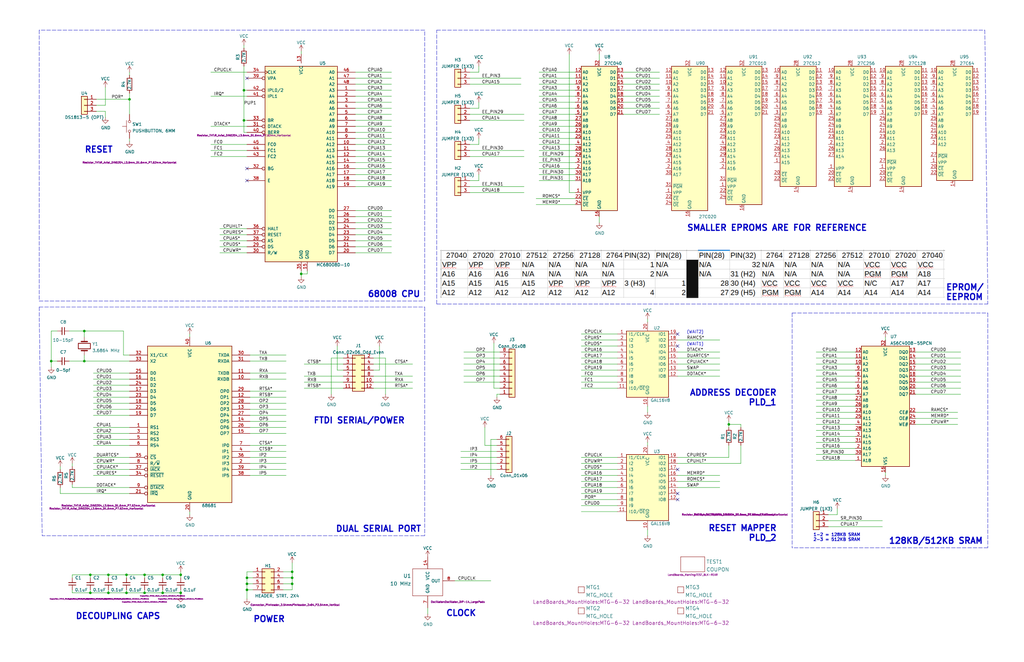
<source format=kicad_sch>
(kicad_sch (version 20211123) (generator eeschema)
  (paper "B")
  (title_block (title "SIMPLE-68008") (date "2022-09-16") (rev "1") (company "Land Boards LLC"))
  (junction (at 123.19 246.38))
  (junction (at 38.1 250.19))
  (junction (at 102.87 50.8))
  (junction (at 53.34 242.57))
  (junction (at 38.1 242.57))
  (junction (at 53.34 250.19))
  (junction (at 21.59 152.4))
  (junction (at 76.2 242.57))
  (junction (at 307.34 179.07))
  (junction (at 123.19 241.3))
  (junction (at 45.72 242.57))
  (junction (at 68.58 250.19))
  (junction (at 102.87 38.1))
  (junction (at 104.14 248.92))
  (junction (at 54.61 41.91))
  (junction (at 104.14 243.84))
  (junction (at 123.19 243.84))
  (junction (at 104.14 246.38))
  (junction (at 127 115.57))
  (junction (at 45.72 250.19))
  (junction (at 76.2 250.19))
  (junction (at 35.56 139.7))
  (junction (at 60.96 250.19))
  (junction (at 68.58 242.57))
  (junction (at 35.56 152.4))
  (junction (at 60.96 242.57))
  (no_connect (at 285.75 210.82))
  (no_connect (at 285.75 208.28))
  (no_connect (at 285.75 140.97))
  (no_connect (at 104.14 76.2))
  (no_connect (at 104.14 33.02))
  (no_connect (at 104.14 71.12))
  (no_connect (at 285.75 198.12))
  (no_connect (at 285.75 146.05))
  (wire (pts (xy 285.75 205.74) (xy 303.53 205.74)))
  (wire (pts (xy 102.87 50.8) (xy 104.14 50.8)))
  (wire (pts (xy 227.33 55.88) (xy 242.57 55.88)))
  (wire (pts (xy 227.33 68.58) (xy 242.57 68.58)))
  (wire (pts (xy 53.34 242.57) (xy 53.34 243.84)))
  (wire (pts (xy 123.19 246.38) (xy 123.19 243.84)))
  (wire (pts (xy 149.86 71.12) (xy 165.1 71.12)))
  (wire (pts (xy 149.86 48.26) (xy 165.1 48.26)))
  (polyline (pts (xy 184.15 12.7) (xy 415.29 12.7)))
  (wire (pts (xy 198.12 33.02) (xy 219.71 33.02)))
  (wire (pts (xy 144.78 161.29) (xy 128.27 161.29)))
  (wire (pts (xy 273.05 223.52) (xy 273.05 226.06)))
  (wire (pts (xy 30.48 242.57) (xy 38.1 242.57)))
  (wire (pts (xy 227.33 60.96) (xy 242.57 60.96)))
  (wire (pts (xy 142.24 146.05) (xy 142.24 156.21)))
  (wire (pts (xy 68.58 243.84) (xy 68.58 242.57)))
  (wire (pts (xy 245.11 200.66) (xy 260.35 200.66)))
  (wire (pts (xy 105.41 167.64) (xy 120.65 167.64)))
  (wire (pts (xy 149.86 104.14) (xy 165.1 104.14)))
  (wire (pts (xy 102.87 50.8) (xy 102.87 55.88)))
  (wire (pts (xy 386.08 156.21) (xy 405.13 156.21)))
  (wire (pts (xy 52.07 139.7) (xy 35.56 139.7)))
  (wire (pts (xy 344.17 151.13) (xy 360.68 151.13)))
  (wire (pts (xy 201.93 27.94) (xy 201.93 30.48)))
  (wire (pts (xy 227.33 73.66) (xy 242.57 73.66)))
  (wire (pts (xy 149.86 60.96) (xy 165.1 60.96)))
  (wire (pts (xy 102.87 55.88) (xy 104.14 55.88)))
  (wire (pts (xy 149.86 53.34) (xy 165.1 53.34)))
  (wire (pts (xy 104.14 248.92) (xy 104.14 252.73)))
  (wire (pts (xy 273.05 186.69) (xy 273.05 187.96)))
  (wire (pts (xy 39.37 182.88) (xy 54.61 182.88)))
  (wire (pts (xy 80.01 140.97) (xy 80.01 142.24)))
  (polyline (pts (xy 334.01 132.08) (xy 416.56 132.08)))
  (wire (pts (xy 144.78 153.67) (xy 128.27 153.67)))
  (wire (pts (xy 227.33 58.42) (xy 242.57 58.42)))
  (wire (pts (xy 45.72 242.57) (xy 45.72 243.84)))
  (wire (pts (xy 285.75 195.58) (xy 312.42 195.58)))
  (wire (pts (xy 198.12 50.8) (xy 220.98 50.8)))
  (wire (pts (xy 344.17 186.69) (xy 360.68 186.69)))
  (wire (pts (xy 157.48 151.13) (xy 162.56 151.13)))
  (polyline (pts (xy 16.51 127) (xy 179.07 127)))
  (wire (pts (xy 123.19 241.3) (xy 123.19 237.49)))
  (wire (pts (xy 68.58 248.92) (xy 68.58 250.19)))
  (wire (pts (xy 105.41 200.66) (xy 120.65 200.66)))
  (wire (pts (xy 209.55 166.37) (xy 210.82 166.37)))
  (wire (pts (xy 245.11 140.97) (xy 260.35 140.97)))
  (wire (pts (xy 52.07 139.7) (xy 52.07 149.86)))
  (wire (pts (xy 106.68 241.3) (xy 104.14 241.3)))
  (wire (pts (xy 226.06 83.82) (xy 242.57 83.82)))
  (wire (pts (xy 54.61 30.48) (xy 54.61 31.75)))
  (wire (pts (xy 373.38 199.39) (xy 373.38 200.66)))
  (polyline (pts (xy 334.01 132.08) (xy 334.01 231.14)))
  (wire (pts (xy 53.34 250.19) (xy 60.96 250.19)))
  (wire (pts (xy 80.01 215.9) (xy 80.01 217.17)))
  (wire (pts (xy 207.01 185.42) (xy 207.01 200.66)))
  (wire (pts (xy 54.61 58.42) (xy 54.61 59.69)))
  (wire (pts (xy 40.64 41.91) (xy 54.61 41.91)))
  (wire (pts (xy 262.89 35.56) (xy 278.13 35.56)))
  (wire (pts (xy 160.02 146.05) (xy 160.02 156.21)))
  (wire (pts (xy 105.41 177.8) (xy 120.65 177.8)))
  (wire (pts (xy 344.17 189.23) (xy 360.68 189.23)))
  (wire (pts (xy 53.34 242.57) (xy 60.96 242.57)))
  (wire (pts (xy 39.37 165.1) (xy 54.61 165.1)))
  (wire (pts (xy 198.12 45.72) (xy 201.93 45.72)))
  (wire (pts (xy 245.11 161.29) (xy 260.35 161.29)))
  (wire (pts (xy 195.58 156.21) (xy 210.82 156.21)))
  (wire (pts (xy 245.11 210.82) (xy 260.35 210.82)))
  (wire (pts (xy 105.41 172.72) (xy 120.65 172.72)))
  (wire (pts (xy 242.57 86.36) (xy 226.06 86.36)))
  (wire (pts (xy 285.75 153.67) (xy 303.53 153.67)))
  (wire (pts (xy 386.08 151.13) (xy 405.13 151.13)))
  (wire (pts (xy 180.34 256.54) (xy 180.34 259.08)))
  (wire (pts (xy 25.4 205.74) (xy 25.4 208.28)))
  (wire (pts (xy 285.75 203.2) (xy 303.53 203.2)))
  (wire (pts (xy 24.13 139.7) (xy 21.59 139.7)))
  (wire (pts (xy 201.93 58.42) (xy 201.93 60.96)))
  (wire (pts (xy 105.41 175.26) (xy 120.65 175.26)))
  (wire (pts (xy 198.12 81.28) (xy 220.98 81.28)))
  (wire (pts (xy 76.2 250.19) (xy 76.2 251.46)))
  (wire (pts (xy 92.71 104.14) (xy 104.14 104.14)))
  (wire (pts (xy 105.41 157.48) (xy 120.65 157.48)))
  (wire (pts (xy 227.33 66.04) (xy 242.57 66.04)))
  (wire (pts (xy 262.89 38.1) (xy 278.13 38.1)))
  (wire (pts (xy 227.33 33.02) (xy 242.57 33.02)))
  (wire (pts (xy 104.14 243.84) (xy 106.68 243.84)))
  (wire (pts (xy 54.61 152.4) (xy 35.56 152.4)))
  (wire (pts (xy 194.31 198.12) (xy 209.55 198.12)))
  (wire (pts (xy 127 115.57) (xy 129.54 115.57)))
  (wire (pts (xy 157.48 153.67) (xy 173.99 153.67)))
  (wire (pts (xy 273.05 134.62) (xy 273.05 135.89)))
  (wire (pts (xy 68.58 250.19) (xy 76.2 250.19)))
  (wire (pts (xy 52.07 149.86) (xy 54.61 149.86)))
  (wire (pts (xy 105.41 198.12) (xy 120.65 198.12)))
  (wire (pts (xy 60.96 248.92) (xy 60.96 250.19)))
  (wire (pts (xy 386.08 173.99) (xy 403.86 173.99)))
  (wire (pts (xy 39.37 195.58) (xy 54.61 195.58)))
  (wire (pts (xy 92.71 101.6) (xy 104.14 101.6)))
  (wire (pts (xy 245.11 148.59) (xy 260.35 148.59)))
  (wire (pts (xy 201.93 73.66) (xy 201.93 76.2)))
  (wire (pts (xy 307.34 187.96) (xy 307.34 193.04)))
  (wire (pts (xy 191.77 245.11) (xy 207.01 245.11)))
  (wire (pts (xy 386.08 153.67) (xy 405.13 153.67)))
  (wire (pts (xy 201.93 43.18) (xy 201.93 45.72)))
  (wire (pts (xy 119.38 243.84) (xy 123.19 243.84)))
  (wire (pts (xy 245.11 158.75) (xy 260.35 158.75)))
  (wire (pts (xy 227.33 45.72) (xy 242.57 45.72)))
  (wire (pts (xy 102.87 19.05) (xy 102.87 20.32)))
  (wire (pts (xy 149.86 63.5) (xy 165.1 63.5)))
  (wire (pts (xy 344.17 184.15) (xy 360.68 184.15)))
  (wire (pts (xy 386.08 166.37) (xy 405.13 166.37)))
  (wire (pts (xy 102.87 27.94) (xy 102.87 38.1)))
  (wire (pts (xy 198.12 48.26) (xy 220.98 48.26)))
  (wire (pts (xy 88.9 60.96) (xy 104.14 60.96)))
  (wire (pts (xy 285.75 193.04) (xy 307.34 193.04)))
  (wire (pts (xy 386.08 161.29) (xy 405.13 161.29)))
  (wire (pts (xy 204.47 180.34) (xy 204.47 187.96)))
  (wire (pts (xy 386.08 148.59) (xy 405.13 148.59)))
  (wire (pts (xy 119.38 246.38) (xy 123.19 246.38)))
  (polyline (pts (xy 179.07 12.7) (xy 16.51 12.7)))
  (wire (pts (xy 105.41 193.04) (xy 120.65 193.04)))
  (wire (pts (xy 45.72 248.92) (xy 45.72 250.19)))
  (wire (pts (xy 245.11 151.13) (xy 260.35 151.13)))
  (wire (pts (xy 227.33 63.5) (xy 242.57 63.5)))
  (wire (pts (xy 105.41 182.88) (xy 120.65 182.88)))
  (wire (pts (xy 252.73 91.44) (xy 252.73 93.98)))
  (wire (pts (xy 227.33 50.8) (xy 242.57 50.8)))
  (wire (pts (xy 123.19 243.84) (xy 123.19 241.3)))
  (wire (pts (xy 208.28 144.78) (xy 208.28 163.83)))
  (wire (pts (xy 195.58 158.75) (xy 210.82 158.75)))
  (wire (pts (xy 39.37 180.34) (xy 54.61 180.34)))
  (wire (pts (xy 245.11 208.28) (xy 260.35 208.28)))
  (wire (pts (xy 39.37 170.18) (xy 54.61 170.18)))
  (wire (pts (xy 262.89 48.26) (xy 278.13 48.26)))
  (wire (pts (xy 127 21.59) (xy 127 22.86)))
  (wire (pts (xy 30.48 205.74) (xy 30.48 204.47)))
  (wire (pts (xy 285.75 148.59) (xy 303.53 148.59)))
  (wire (pts (xy 245.11 215.9) (xy 260.35 215.9)))
  (wire (pts (xy 38.1 250.19) (xy 45.72 250.19)))
  (wire (pts (xy 386.08 163.83) (xy 405.13 163.83)))
  (wire (pts (xy 386.08 176.53) (xy 403.86 176.53)))
  (wire (pts (xy 198.12 63.5) (xy 220.98 63.5)))
  (wire (pts (xy 262.89 40.64) (xy 278.13 40.64)))
  (wire (pts (xy 105.41 190.5) (xy 120.65 190.5)))
  (wire (pts (xy 312.42 195.58) (xy 312.42 187.96)))
  (wire (pts (xy 285.75 200.66) (xy 303.53 200.66)))
  (polyline (pts (xy 16.51 12.7) (xy 16.51 127)))
  (wire (pts (xy 39.37 167.64) (xy 54.61 167.64)))
  (wire (pts (xy 105.41 165.1) (xy 120.65 165.1)))
  (wire (pts (xy 39.37 187.96) (xy 54.61 187.96)))
  (wire (pts (xy 39.37 185.42) (xy 54.61 185.42)))
  (polyline (pts (xy 179.07 129.54) (xy 179.07 226.06)))
  (wire (pts (xy 344.17 179.07) (xy 360.68 179.07)))
  (wire (pts (xy 149.86 35.56) (xy 165.1 35.56)))
  (wire (pts (xy 245.11 143.51) (xy 260.35 143.51)))
  (polyline (pts (xy 416.56 132.08) (xy 416.56 231.14)))
  (wire (pts (xy 262.89 43.18) (xy 278.13 43.18)))
  (wire (pts (xy 149.86 40.64) (xy 165.1 40.64)))
  (wire (pts (xy 386.08 158.75) (xy 405.13 158.75)))
  (wire (pts (xy 39.37 175.26) (xy 54.61 175.26)))
  (wire (pts (xy 88.9 53.34) (xy 104.14 53.34)))
  (wire (pts (xy 245.11 153.67) (xy 260.35 153.67)))
  (wire (pts (xy 105.41 180.34) (xy 120.65 180.34)))
  (wire (pts (xy 198.12 78.74) (xy 220.98 78.74)))
  (wire (pts (xy 194.31 193.04) (xy 209.55 193.04)))
  (wire (pts (xy 105.41 187.96) (xy 120.65 187.96)))
  (wire (pts (xy 104.14 248.92) (xy 106.68 248.92)))
  (wire (pts (xy 149.86 43.18) (xy 165.1 43.18)))
  (polyline (pts (xy 179.07 226.06) (xy 17.78 226.06)))
  (wire (pts (xy 68.58 242.57) (xy 76.2 242.57)))
  (wire (pts (xy 227.33 35.56) (xy 242.57 35.56)))
  (wire (pts (xy 227.33 53.34) (xy 242.57 53.34)))
  (wire (pts (xy 245.11 193.04) (xy 260.35 193.04)))
  (wire (pts (xy 76.2 242.57) (xy 76.2 243.84)))
  (wire (pts (xy 105.41 149.86) (xy 120.65 149.86)))
  (wire (pts (xy 30.48 195.58) (xy 30.48 196.85)))
  (wire (pts (xy 149.86 101.6) (xy 165.1 101.6)))
  (wire (pts (xy 344.17 166.37) (xy 360.68 166.37)))
  (wire (pts (xy 344.17 168.91) (xy 360.68 168.91)))
  (wire (pts (xy 149.86 93.98) (xy 165.1 93.98)))
  (wire (pts (xy 39.37 157.48) (xy 54.61 157.48)))
  (wire (pts (xy 149.86 91.44) (xy 165.1 91.44)))
  (wire (pts (xy 344.17 161.29) (xy 360.68 161.29)))
  (wire (pts (xy 92.71 106.68) (xy 104.14 106.68)))
  (wire (pts (xy 344.17 153.67) (xy 360.68 153.67)))
  (wire (pts (xy 149.86 30.48) (xy 165.1 30.48)))
  (wire (pts (xy 139.7 151.13) (xy 139.7 166.37)))
  (wire (pts (xy 127 114.3) (xy 127 115.57)))
  (wire (pts (xy 38.1 242.57) (xy 45.72 242.57)))
  (wire (pts (xy 209.55 166.37) (xy 209.55 167.64)))
  (wire (pts (xy 39.37 200.66) (xy 54.61 200.66)))
  (wire (pts (xy 157.48 156.21) (xy 160.02 156.21)))
  (wire (pts (xy 245.11 205.74) (xy 260.35 205.74)))
  (wire (pts (xy 344.17 191.77) (xy 360.68 191.77)))
  (wire (pts (xy 245.11 213.36) (xy 260.35 213.36)))
  (wire (pts (xy 227.33 71.12) (xy 242.57 71.12)))
  (wire (pts (xy 102.87 38.1) (xy 102.87 50.8)))
  (wire (pts (xy 157.48 161.29) (xy 173.99 161.29)))
  (wire (pts (xy 227.33 48.26) (xy 242.57 48.26)))
  (wire (pts (xy 25.4 208.28) (xy 54.61 208.28)))
  (wire (pts (xy 39.37 172.72) (xy 54.61 172.72)))
  (polyline (pts (xy 415.29 12.7) (xy 416.56 128.27)))
  (wire (pts (xy 227.33 30.48) (xy 242.57 30.48)))
  (wire (pts (xy 353.06 214.63) (xy 353.06 217.17)))
  (wire (pts (xy 285.75 158.75) (xy 303.53 158.75)))
  (wire (pts (xy 344.17 156.21) (xy 360.68 156.21)))
  (wire (pts (xy 157.48 163.83) (xy 173.99 163.83)))
  (wire (pts (xy 39.37 198.12) (xy 54.61 198.12)))
  (wire (pts (xy 149.86 68.58) (xy 165.1 68.58)))
  (wire (pts (xy 245.11 146.05) (xy 260.35 146.05)))
  (wire (pts (xy 38.1 250.19) (xy 38.1 248.92)))
  (wire (pts (xy 198.12 30.48) (xy 201.93 30.48)))
  (wire (pts (xy 39.37 160.02) (xy 54.61 160.02)))
  (wire (pts (xy 198.12 60.96) (xy 201.93 60.96)))
  (wire (pts (xy 149.86 78.74) (xy 165.1 78.74)))
  (wire (pts (xy 344.17 181.61) (xy 360.68 181.61)))
  (wire (pts (xy 144.78 156.21) (xy 142.24 156.21)))
  (wire (pts (xy 60.96 243.84) (xy 60.96 242.57)))
  (wire (pts (xy 344.17 171.45) (xy 360.68 171.45)))
  (wire (pts (xy 227.33 76.2) (xy 242.57 76.2)))
  (wire (pts (xy 40.64 44.45) (xy 44.45 44.45)))
  (wire (pts (xy 30.48 250.19) (xy 38.1 250.19)))
  (wire (pts (xy 373.38 142.24) (xy 373.38 143.51)))
  (wire (pts (xy 45.72 250.19) (xy 53.34 250.19)))
  (wire (pts (xy 35.56 139.7) (xy 35.56 142.24)))
  (wire (pts (xy 312.42 179.07) (xy 312.42 180.34)))
  (wire (pts (xy 92.71 96.52) (xy 104.14 96.52)))
  (wire (pts (xy 344.17 194.31) (xy 360.68 194.31)))
  (wire (pts (xy 198.12 66.04) (xy 220.98 66.04)))
  (wire (pts (xy 76.2 250.19) (xy 76.2 248.92)))
  (wire (pts (xy 104.14 246.38) (xy 104.14 248.92)))
  (wire (pts (xy 144.78 151.13) (xy 139.7 151.13)))
  (wire (pts (xy 285.75 156.21) (xy 303.53 156.21)))
  (wire (pts (xy 194.31 195.58) (xy 209.55 195.58)))
  (wire (pts (xy 88.9 30.48) (xy 104.14 30.48)))
  (wire (pts (xy 60.96 242.57) (xy 68.58 242.57)))
  (wire (pts (xy 30.48 250.19) (xy 30.48 248.92)))
  (wire (pts (xy 386.08 179.07) (xy 403.86 179.07)))
  (wire (pts (xy 245.11 203.2) (xy 260.35 203.2)))
  (wire (pts (xy 35.56 152.4) (xy 35.56 149.86)))
  (wire (pts (xy 54.61 39.37) (xy 54.61 41.91)))
  (wire (pts (xy 195.58 153.67) (xy 210.82 153.67)))
  (wire (pts (xy 149.86 50.8) (xy 165.1 50.8)))
  (wire (pts (xy 285.75 143.51) (xy 303.53 143.51)))
  (wire (pts (xy 149.86 73.66) (xy 165.1 73.66)))
  (wire (pts (xy 149.86 99.06) (xy 165.1 99.06)))
  (wire (pts (xy 162.56 151.13) (xy 162.56 166.37)))
  (wire (pts (xy 39.37 162.56) (xy 54.61 162.56)))
  (wire (pts (xy 88.9 63.5) (xy 104.14 63.5)))
  (wire (pts (xy 209.55 187.96) (xy 204.47 187.96)))
  (wire (pts (xy 262.89 33.02) (xy 278.13 33.02)))
  (wire (pts (xy 194.31 190.5) (xy 209.55 190.5)))
  (wire (pts (xy 105.41 195.58) (xy 120.65 195.58)))
  (wire (pts (xy 105.41 152.4) (xy 120.65 152.4)))
  (wire (pts (xy 344.17 176.53) (xy 360.68 176.53)))
  (wire (pts (xy 21.59 152.4) (xy 24.13 152.4)))
  (wire (pts (xy 344.17 148.59) (xy 360.68 148.59)))
  (wire (pts (xy 252.73 22.86) (xy 252.73 25.4)))
  (wire (pts (xy 198.12 35.56) (xy 219.71 35.56)))
  (wire (pts (xy 245.11 156.21) (xy 260.35 156.21)))
  (wire (pts (xy 29.21 152.4) (xy 35.56 152.4)))
  (polyline (pts (xy 184.15 128.27) (xy 184.15 12.7)))
  (polyline (pts (xy 179.07 127) (xy 179.07 12.7)))
  (wire (pts (xy 149.86 66.04) (xy 165.1 66.04)))
  (wire (pts (xy 29.21 139.7) (xy 35.56 139.7)))
  (wire (pts (xy 88.9 40.64) (xy 104.14 40.64)))
  (wire (pts (xy 25.4 196.85) (xy 25.4 198.12)))
  (wire (pts (xy 349.25 217.17) (xy 353.06 217.17)))
  (wire (pts (xy 119.38 241.3) (xy 123.19 241.3)))
  (wire (pts (xy 53.34 248.92) (xy 53.34 250.19)))
  (wire (pts (xy 210.82 163.83) (xy 208.28 163.83)))
  (wire (pts (xy 245.11 195.58) (xy 260.35 195.58)))
  (wire (pts (xy 21.59 139.7) (xy 21.59 152.4)))
  (wire (pts (xy 123.19 248.92) (xy 123.19 246.38)))
  (wire (pts (xy 40.64 46.99) (xy 44.45 46.99)))
  (wire (pts (xy 149.86 106.68) (xy 165.1 106.68)))
  (wire (pts (xy 127 115.57) (xy 127 116.84)))
  (wire (pts (xy 195.58 148.59) (xy 210.82 148.59)))
  (wire (pts (xy 262.89 45.72) (xy 278.13 45.72)))
  (wire (pts (xy 227.33 43.18) (xy 242.57 43.18)))
  (wire (pts (xy 149.86 55.88) (xy 165.1 55.88)))
  (wire (pts (xy 129.54 115.57) (xy 129.54 114.3)))
  (wire (pts (xy 344.17 163.83) (xy 360.68 163.83)))
  (wire (pts (xy 227.33 38.1) (xy 242.57 38.1)))
  (wire (pts (xy 44.45 36.83) (xy 44.45 44.45)))
  (wire (pts (xy 349.25 219.71) (xy 372.11 219.71)))
  (wire (pts (xy 104.14 241.3) (xy 104.14 243.84)))
  (wire (pts (xy 349.25 222.25) (xy 372.11 222.25)))
  (wire (pts (xy 195.58 151.13) (xy 210.82 151.13)))
  (wire (pts (xy 68.58 250.19) (xy 60.96 250.19)))
  (wire (pts (xy 76.2 241.3) (xy 76.2 242.57)))
  (wire (pts (xy 149.86 38.1) (xy 165.1 38.1)))
  (wire (pts (xy 105.41 160.02) (xy 120.65 160.02)))
  (wire (pts (xy 157.48 158.75) (xy 173.99 158.75)))
  (wire (pts (xy 307.34 177.8) (xy 307.34 179.07)))
  (wire (pts (xy 245.11 198.12) (xy 260.35 198.12)))
  (wire (pts (xy 149.86 58.42) (xy 165.1 58.42)))
  (wire (pts (xy 307.34 179.07) (xy 307.34 180.34)))
  (wire (pts (xy 38.1 243.84) (xy 38.1 242.57)))
  (wire (pts (xy 242.57 81.28) (xy 240.03 81.28)))
  (wire (pts (xy 240.03 22.86) (xy 240.03 81.28)))
  (wire (pts (xy 88.9 66.04) (xy 104.14 66.04)))
  (wire (pts (xy 104.14 243.84) (xy 104.14 246.38)))
  (wire (pts (xy 245.11 163.83) (xy 260.35 163.83)))
  (wire (pts (xy 144.78 158.75) (xy 128.27 158.75)))
  (wire (pts (xy 30.48 205.74) (xy 54.61 205.74)))
  (wire (pts (xy 45.72 242.57) (xy 53.34 242.57)))
  (wire (pts (xy 285.75 151.13) (xy 303.53 151.13)))
  (polyline (pts (xy 184.15 128.27) (xy 416.56 128.27)))
  (wire (pts (xy 344.17 158.75) (xy 360.68 158.75)))
  (wire (pts (xy 39.37 193.04) (xy 54.61 193.04)))
  (wire (pts (xy 30.48 242.57) (xy 30.48 243.84)))
  (wire (pts (xy 149.86 76.2) (xy 165.1 76.2)))
  (wire (pts (xy 92.71 99.06) (xy 104.14 99.06)))
  (wire (pts (xy 102.87 38.1) (xy 104.14 38.1)))
  (wire (pts (xy 227.33 40.64) (xy 242.57 40.64)))
  (wire (pts (xy 195.58 161.29) (xy 210.82 161.29)))
  (wire (pts (xy 273.05 171.45) (xy 273.05 173.99)))
  (polyline (pts (xy 416.56 231.14) (xy 334.01 231.14)))
  (wire (pts (xy 144.78 163.83) (xy 128.27 163.83)))
  (wire (pts (xy 105.41 170.18) (xy 120.65 170.18)))
  (polyline (pts (xy 16.51 129.54) (xy 17.78 226.06)))
  (wire (pts (xy 209.55 185.42) (xy 207.01 185.42)))
  (wire (pts (xy 149.86 33.02) (xy 165.1 33.02)))
  (wire (pts (xy 104.14 246.38) (xy 106.68 246.38)))
  (wire (pts (xy 149.86 45.72) (xy 165.1 45.72)))
  (wire (pts (xy 149.86 96.52) (xy 165.1 96.52)))
  (wire (pts (xy 344.17 173.99) (xy 360.68 173.99)))
  (wire (pts (xy 54.61 41.91) (xy 54.61 48.26)))
  (wire (pts (xy 21.59 152.4) (xy 21.59 154.94)))
  (wire (pts (xy 262.89 30.48) (xy 278.13 30.48)))
  (wire (pts (xy 44.45 46.99) (xy 44.45 49.53)))
  (polyline (pts (xy 16.51 129.54) (xy 179.07 129.54)))
  (wire (pts (xy 198.12 76.2) (xy 201.93 76.2)))
  (wire (pts (xy 307.34 179.07) (xy 312.42 179.07)))
  (wire (pts (xy 119.38 248.92) (xy 123.19 248.92)))
  (wire (pts (xy 149.86 88.9) (xy 165.1 88.9)))
  (image (at 292.1 115.57) (scale 1.6))
  (text "POWER" (at 106.68 262.89 0) (effects (font (size 2.54 2.54) (thickness 0.508) bold) (justify left bottom)))
  (text "RESET" (at 35.56 64.77 0) (effects (font (size 2.54 2.54) (thickness 0.508) bold) (justify left bottom)))
  (text "128KB/512KB SRAM" (at 374.65 229.87 0) (effects (font (size 2.54 2.54) (thickness 0.508) bold) (justify left bottom)))
  (text "RESET MAPPER\nPLD_2" (at 327.66 228.6 180) (effects (font (size 2.54 2.54) (thickness 0.508) bold) (justify right bottom)))
  (text "DECOUPLING CAPS" (at 31.75 261.62 0) (effects (font (size 2.54 2.54) (thickness 0.508) bold) (justify left bottom)))
  (text "ADDRESS DECODER\nPLD_1" (at 327.66 171.45 180) (effects (font (size 2.54 2.54) (thickness 0.508) bold) (justify right bottom)))
  (text "(WAIT1)" (at 289.56 146.05 0) (effects (font (size 1.27 1.27)) (justify left bottom)))
  (text "DUAL SERIAL PORT" (at 177.8 224.79 180) (effects (font (size 2.54 2.54) (thickness 0.508) bold) (justify right bottom)))
  (text "FTDI SERIAL/POWER" (at 132.08 179.07 0) (effects (font (size 2.54 2.54) (thickness 0.508) bold) (justify left bottom)))
  (text "EPROM/\nEEPROM" (at 398.78 127 0) (effects (font (size 2.54 2.54) (thickness 0.508) bold) (justify left bottom)))
  (text "1-2 = 128KB SRAM\n2-3 = 512KB SRAM" (at 342.9 228.6 0) (effects (font (size 1.27 1.27) (thickness 0.254) bold) (justify left bottom)))
  (text "(WAIT2)" (at 289.56 140.97 0) (effects (font (size 1.27 1.27)) (justify left bottom)))
  (text "68008 CPU" (at 154.94 125.73 0) (effects (font (size 2.54 2.54) (thickness 0.508) bold) (justify left bottom)))
  (text "SMALLER EPROMS ARE FOR REFERENCE" (at 289.56 97.79 0) (effects (font (size 2.54 2.54) (thickness 0.508) bold) (justify left bottom)))
  (text "CLOCK" (at 187.96 260.35 0) (effects (font (size 2.54 2.54) (thickness 0.508) bold) (justify left bottom)))
  (label "EE_PIN31" (at 203.2 78.74 0))
  (label "CPUA18" (at 246.38 153.67 0))
  (label "CPUA16" (at 154.94 71.12 0))
  (label "CPUD6" (at 154.94 104.14 0))
  (label "CPUA8" (at 228.6 50.8 0))
  (label "RAMCS*" (at 289.56 143.51 0))
  (label "IP5" (at 109.22 200.66 0))
  (label "DDTACK*" (at 289.56 158.75 0))
  (label "DUARTCS*" (at 289.56 151.13 0))
  (label "CPUA17" (at 246.38 203.2 0))
  (label "CPUHLT*" (at 289.56 195.58 0))
  (label "MEMRD*" (at 228.6 86.36 0))
  (label "CPUA9" (at 154.94 53.34 0))
  (label "CPUA0" (at 346.71 148.59 0))
  (label "CPUA1" (at 154.94 33.02 0))
  (label "CPUWR*" (at 93.98 106.68 0))
  (label "RXA" (at 166.37 161.29 0))
  (label "CPUA12" (at 346.71 179.07 0))
  (label "CPUA12" (at 154.94 60.96 0))
  (label "CPUD4" (at 40.64 167.64 0))
  (label "CPUA18" (at 346.71 194.31 0))
  (label "CPUD4" (at 267.97 40.64 0))
  (label "CPUA3" (at 154.94 38.1 0))
  (label "FC0" (at 246.38 158.75 0))
  (label "PUP1" (at 102.87 44.45 0))
  (label "CPUA15" (at 154.94 68.58 0))
  (label "OP3" (at 109.22 172.72 0))
  (label "CPUA7" (at 228.6 48.26 0))
  (label "CTSA*" (at 109.22 187.96 0))
  (label "CPUA6" (at 228.6 45.72 0))
  (label "FC2" (at 246.38 163.83 0))
  (label "CPUD7" (at 40.64 175.26 0))
  (label "CPUD0" (at 246.38 213.36 0))
  (label "CPUA11" (at 346.71 176.53 0))
  (label "CPUD1" (at 40.64 160.02 0))
  (label "CPUWR*" (at 246.38 195.58 0))
  (label "CPUA14" (at 203.2 50.8 0))
  (label "RXB" (at 129.54 161.29 0))
  (label "CPUD5" (at 392.43 161.29 0))
  (label "CPUWR*" (at 392.43 179.07 0))
  (label "CPUD2" (at 40.64 162.56 0))
  (label "RTSB*" (at 109.22 167.64 0))
  (label "IP3" (at 109.22 195.58 0))
  (label "CPUD7" (at 154.94 106.68 0))
  (label "CPUD3" (at 154.94 96.52 0))
  (label "CPUD4" (at 154.94 99.06 0))
  (label "CPUA19" (at 246.38 208.28 0))
  (label "IP4" (at 109.22 198.12 0))
  (label "CPUD6" (at 40.64 172.72 0))
  (label "SWAP" (at 289.56 205.74 0))
  (label "OP6" (at 200.66 158.75 0))
  (label "CPUA4" (at 228.6 40.64 0))
  (label "CPUA8" (at 154.94 50.8 0))
  (label "CPUA19" (at 154.94 78.74 0))
  (label "OP4" (at 200.66 153.67 0))
  (label "CPUA18" (at 154.94 76.2 0))
  (label "CPUA2" (at 154.94 35.56 0))
  (label "TXB" (at 129.54 158.75 0))
  (label "OP7" (at 200.66 161.29 0))
  (label "CPUD3" (at 392.43 156.21 0))
  (label "CTSB*" (at 129.54 153.67 0))
  (label "CPURES*" (at 289.56 193.04 0))
  (label "CPUA18" (at 246.38 205.74 0))
  (label "DTACK*" (at 90.17 53.34 0))
  (label "IRQ*" (at 90.17 40.64 0))
  (label "CPUA1" (at 40.64 180.34 0))
  (label "DDTACK*" (at 40.64 205.74 0))
  (label "CPUD7" (at 267.97 48.26 0))
  (label "CPUA17" (at 203.2 66.04 0))
  (label "CPUAS*" (at 93.98 101.6 0))
  (label "CPUA11" (at 228.6 58.42 0))
  (label "EE_PIN3" (at 203.2 33.02 0))
  (label "CPUD2" (at 267.97 35.56 0))
  (label "CPUA13" (at 346.71 181.61 0))
  (label "OP5" (at 200.66 156.21 0))
  (label "OP3" (at 200.66 151.13 0))
  (label "RTSA*" (at 166.37 163.83 0))
  (label "CPUA19" (at 246.38 156.21 0))
  (label "CPUA12" (at 228.6 60.96 0))
  (label "RTSA*" (at 109.22 165.1 0))
  (label "EE_PIN31" (at 228.6 76.2 0))
  (label "CPUCLK" (at 246.38 193.04 0))
  (label "IP2" (at 198.12 198.12 0))
  (label "CPUA14" (at 154.94 66.04 0))
  (label "CPUD5" (at 40.64 170.18 0))
  (label "CPUDS*" (at 246.38 198.12 0))
  (label "CPUAS*" (at 246.38 143.51 0))
  (label "CPUDS*" (at 93.98 104.14 0))
  (label "CPUA4" (at 40.64 187.96 0))
  (label "CPUA6" (at 346.71 163.83 0))
  (label "CPUD3" (at 40.64 165.1 0))
  (label "RXA" (at 109.22 157.48 0))
  (label "DUARTCS*" (at 40.64 193.04 0))
  (label "CPUD1" (at 392.43 151.13 0))
  (label "FC1" (at 90.17 63.5 0))
  (label "CPUA10" (at 154.94 55.88 0))
  (label "SWAP" (at 289.56 156.21 0))
  (label "CPUD2" (at 392.43 153.67 0))
  (label "CPUD0" (at 392.43 148.59 0))
  (label "CPUA9" (at 346.71 171.45 0))
  (label "MEMRD*" (at 392.43 176.53 0))
  (label "EE_PIN3" (at 228.6 68.58 0))
  (label "ROMCS*" (at 289.56 203.2 0))
  (label "CPUA17" (at 246.38 151.13 0))
  (label "CPUD7" (at 392.43 166.37 0))
  (label "CPUA16" (at 246.38 200.66 0))
  (label "RTSB*" (at 129.54 163.83 0))
  (label "CPUA2" (at 228.6 35.56 0))
  (label "RAMCS*" (at 392.43 173.99 0))
  (label "CPUA5" (at 346.71 161.29 0))
  (label "CPUA16" (at 346.71 189.23 0))
  (label "CPUDS*" (at 246.38 146.05 0))
  (label "OP2" (at 109.22 170.18 0))
  (label "CPUA3" (at 40.64 185.42 0))
  (label "SR_PIN30" (at 346.71 191.77 0))
  (label "OP2" (at 200.66 148.59 0))
  (label "IP4" (at 198.12 193.04 0))
  (label "CPUD6" (at 392.43 163.83 0))
  (label "SR_PIN30" (at 354.33 219.71 0))
  (label "IP5" (at 198.12 195.58 0))
  (label "CPURES*" (at 40.64 200.66 0))
  (label "POR*" (at 246.38 210.82 0))
  (label "CPUA1" (at 228.6 33.02 0))
  (label "CPUD3" (at 267.97 38.1 0))
  (label "CPUD0" (at 267.97 30.48 0))
  (label "ROMCS*" (at 228.6 83.82 0))
  (label "CPUD2" (at 154.94 93.98 0))
  (label "IP3" (at 198.12 190.5 0))
  (label "OP4" (at 109.22 175.26 0))
  (label "CPUD5" (at 267.97 43.18 0))
  (label "TXA" (at 109.22 149.86 0))
  (label "RXB" (at 109.22 160.02 0))
  (label "CPUA16" (at 246.38 148.59 0))
  (label "CPUA3" (at 346.71 156.21 0))
  (label "CPUD4" (at 392.43 158.75 0))
  (label "CPUA2" (at 40.64 182.88 0))
  (label "IRQ*" (at 40.64 208.28 0))
  (label "CPUA8" (at 346.71 168.91 0))
  (label "CPUA7" (at 346.71 166.37 0))
  (label "CPUA4" (at 154.94 40.64 0))
  (label "CPUA3" (at 228.6 38.1 0))
  (label "CPUA13" (at 154.94 63.5 0))
  (label "CPUCLK" (at 193.04 245.11 0))
  (label "CPUA2" (at 346.71 153.67 0))
  (label "CPUA6" (at 154.94 45.72 0))
  (label "OP7" (at 109.22 182.88 0))
  (label "CPUHLT*" (at 93.98 96.52 0))
  (label "CPUCLK" (at 90.17 30.48 0))
  (label "CPUA7" (at 154.94 48.26 0))
  (label "CPUA10" (at 346.71 173.99 0))
  (label "CPUA17" (at 154.94 73.66 0))
  (label "EE_PIN29" (at 203.2 48.26 0))
  (label "CPUA18" (at 203.2 81.28 0))
  (label "CPUA5" (at 228.6 43.18 0))
  (label "FC1" (at 246.38 161.29 0))
  (label "CPUA5" (at 154.94 43.18 0))
  (label "CPUCLK" (at 246.38 140.97 0))
  (label "CPUA10" (at 228.6 55.88 0))
  (label "CPUA9" (at 228.6 53.34 0))
  (label "CPUA4" (at 346.71 158.75 0))
  (label "DTACK*" (at 289.56 148.59 0))
  (label "CPUA14" (at 346.71 184.15 0))
  (label "CPUA1" (at 346.71 151.13 0))
  (label "EE_PIN30" (at 203.2 63.5 0))
  (label "CPUD0" (at 154.94 88.9 0))
  (label "CPUA11" (at 154.94 58.42 0))
  (label "CTSB*" (at 109.22 190.5 0))
  (label "CPUWR*" (at 40.64 195.58 0))
  (label "OP6" (at 109.22 180.34 0))
  (label "POR*" (at 46.99 41.91 0))
  (label "OP5" (at 109.22 177.8 0))
  (label "CPUA16" (at 228.6 71.12 0))
  (label "CPUD1" (at 154.94 91.44 0))
  (label "MEMRD*" (at 289.56 200.66 0))
  (label "CPUD5" (at 154.94 101.6 0))
  (label "CPUA15" (at 346.71 186.69 0))
  (label "TXA" (at 166.37 158.75 0))
  (label "FC0" (at 90.17 60.96 0))
  (label "CPUD0" (at 40.64 157.48 0))
  (label "CPUA13" (at 228.6 63.5 0))
  (label "EE_PIN30" (at 228.6 73.66 0))
  (label "CPUA17" (at 354.33 222.25 0))
  (label "CPUA0" (at 228.6 30.48 0))
  (label "EE_PIN29" (at 228.6 66.04 0))
  (label "CPUIACK*" (at 40.64 198.12 0))
  (label "CPUA0" (at 154.94 30.48 0))
  (label "CPUA15" (at 203.2 35.56 0))
  (label "TXB" (at 109.22 152.4 0))
  (label "CTSA*" (at 166.37 153.67 0))
  (label "CPUIACK*" (at 289.56 153.67 0))
  (label "CPURES*" (at 93.98 99.06 0))
  (label "IP2" (at 109.22 193.04 0))
  (label "FC2" (at 90.17 66.04 0))
  (label "CPUD6" (at 267.97 45.72 0))
  (label "CPUD1" (at 267.97 33.02 0))
  (symbol (lib_id "power:GND") (at 127 116.84 0) (unit 1)
    (property "Reference" "#PWR0101" (effects hide))
    (property "Value" "GND" (at 127.127 121.2342 0))
  )
  (symbol (lib_id "power:VCC") (at 160.02 146.05 0) (mirror y) (unit 1)
    (property "Reference" "#PWR0126" (effects hide))
    (property "Value" "VCC" (at 160.02 142.4455 0))
  )
  (symbol (lib_id "power:VCC") (at 252.73 22.86 0) (unit 1)
    (property "Reference" "#PWR0108" (effects hide))
    (property "Value" "VCC" (at 252.73 19.2555 0))
  )
  (symbol (lib_id "power:VCC") (at 201.93 73.66 0) (unit 1)
    (property "Reference" "#PWR0132" (effects hide))
    (property "Value" "VCC" (at 201.93 70.0555 0))
  )
  (symbol (lib_id "Switch:SW_Push") (at 54.61 53.34 90) (unit 1)
    (property "Reference" "SW1" (at 55.753 52.4315 90) (effects (justify right)))
    (property "Value" "PUSHBUTTON, 6MM" (at 55.753 55.2066 90) (effects (justify right)))
    (property "Footprint" "Button_Switch_THT:SW_PUSH_6mm_H8.5mm" (effects hide))
  )
  (symbol (lib_id "Memory_EPROM:27C64") (at 402.59 50.8 0) (unit 1) (on_board no)
    (property "Reference" "U95" (at 404.6094 23.9735 0) (effects (justify left)))
    (property "Value" "27C64" (at 404.6094 26.7486 0) (effects (justify left)))
    (property "Footprint" "Package_DIP:DIP-28_W15.24mm" (effects hide))
    (property "Datasheet" "http://ww1.microchip.com/downloads/en/DeviceDoc/11107M.pdf" (effects hide))
  )
  (symbol (lib_id "Device:C_Small") (at 26.67 152.4 270) (unit 1)
    (property "Reference" "C7" (at 26.67 148.59 90))
    (property "Value" "0-5pf" (at 26.67 156.21 90))
    (property "Footprint" "Capacitor_THT:C_Rect_L4.0mm_W2.5mm_P2.50mm" (effects hide))
  )
  (symbol (lib_id "Memory_EPROM:27C512") (at 336.55 53.34 0) (unit 1) (on_board no)
    (property "Reference" "U92" (at 338.5694 23.9735 0) (effects (justify left)))
    (property "Value" "27C512" (at 338.5694 26.7486 0) (effects (justify left)))
    (property "Footprint" "Package_DIP:DIP-28_W15.24mm" (effects hide))
    (property "Datasheet" "http://ww1.microchip.com/downloads/en/DeviceDoc/doc0015.pdf" (effects hide))
  )
  (symbol (lib_id "power:VCC") (at 273.05 134.62 0) (unit 1)
    (property "Reference" "#PWR0114" (effects hide))
    (property "Value" "VCC" (at 273.05 131.0155 0))
  )
  (symbol (lib_id "Logic_Programmable:GAL16V8") (at 273.05 205.74 0) (unit 1)
    (property "Reference" "U3" (at 275.59 190.5 0) (effects (justify left)))
    (property "Value" "GAL16V8" (at 274.32 220.98 0) (effects (justify left)))
    (property "Footprint" "Package_DIP:DIP-20_W7.62mm_Socket_LongPads" (effects hide))
  )
  (symbol (lib_id "Device:C_Small") (at 45.72 246.38 180) (unit 1)
    (property "Reference" "C3" (at 48.26 243.84 0))
    (property "Value" "0.1uF" (at 49.53 248.92 0))
    (property "Footprint" "Capacitor_THT:C_Rect_L4.0mm_W2.5mm_P2.50mm" (at 45.72 252.73 0) (effects (font (size 0.508 0.508))))
  )
  (symbol (lib_id "Device:C_Small") (at 60.96 246.38 180) (unit 1)
    (property "Reference" "C5" (at 63.5 243.84 0))
    (property "Value" "0.1uF" (at 64.77 248.92 0))
    (property "Footprint" "Capacitor_THT:C_Rect_L4.0mm_W2.5mm_P2.50mm" (at 60.96 254 0) (effects (font (size 0.508 0.508))))
  )
  (symbol (lib_id "power:VCC") (at 208.28 144.78 0) (unit 1)
    (property "Reference" "#PWR0118" (effects hide))
    (property "Value" "VCC" (at 208.28 141.1755 0))
  )
  (symbol (lib_id "power:GND") (at 162.56 166.37 0) (mirror y) (unit 1)
    (property "Reference" "#PWR0127" (effects hide))
    (property "Value" "GND" (at 162.433 170.7642 0))
  )
  (symbol (lib_id "power:GND") (at 44.45 49.53 0) (unit 1)
    (property "Reference" "#PWR0133" (effects hide))
    (property "Value" "GND" (at 44.577 53.9242 0))
  )
  (symbol (lib_id "Connector_Generic:Conn_01x08") (at 215.9 158.75 0) (mirror x) (unit 1)
    (property "Reference" "J3" (at 215.9 143.3535 0))
    (property "Value" "Conn_01x08" (at 215.9 146.1286 0))
    (property "Footprint" "Connector_PinHeader_2.54mm:PinHeader_1x08_P2.54mm_Vertical" (effects hide))
  )
  (symbol (lib_id "Device:R") (at 312.42 184.15 0) (unit 1)
    (property "Reference" "R2" (at 309.88 184.15 90))
    (property "Value" "2.7K" (at 312.42 184.15 90))
    (property "Footprint" "Resistor_THT:R_Axial_DIN0204_L3.6mm_D1.6mm_P7.62mm_Horizontal" (at 312.42 217.17 0) (effects (font (size 0.762 0.762))))
    (property "Datasheet" "https://www.mouser.com/ProductDetail/Xicon/299-2.7K-RC?qs=sGAEpiMZZMsPqMdJzcrNwi5wZazroUaaviDzz9InDsw%3D" (effects hide))
  )
  (symbol (lib_id "power:GND") (at 76.2 251.46 0) (unit 1)
    (property "Reference" "#PWR0106" (effects hide))
    (property "Value" "GND" (at 76.327 255.8542 0))
  )
  (symbol (lib_id "power:VCC") (at 273.05 186.69 0) (unit 1)
    (property "Reference" "#PWR0140" (effects hide))
    (property "Value" "VCC" (at 273.05 183.0855 0))
  )
  (symbol (lib_id "power:VCC") (at 30.48 195.58 0) (unit 1)
    (property "Reference" "#PWR0104" (effects hide))
    (property "Value" "VCC" (at 30.48 191.9755 0))
  )
  (symbol (lib_id "power:VCC") (at 201.93 58.42 0) (unit 1)
    (property "Reference" "#PWR0105" (effects hide))
    (property "Value" "VCC" (at 201.93 54.8155 0))
  )
  (symbol (lib_id "Connector_Generic:Conn_01x06") (at 214.63 193.04 0) (mirror x) (unit 1)
    (property "Reference" "J2" (at 213.36 182.88 0) (effects (justify left)))
    (property "Value" "Conn_01x06" (at 210.82 200.66 0) (effects (justify left)))
    (property "Footprint" "Connector_PinHeader_2.54mm:PinHeader_1x06_P2.54mm_Vertical" (effects hide))
  )
  (symbol (lib_id "power:VCC") (at 307.34 177.8 0) (unit 1)
    (property "Reference" "#PWR0139" (effects hide))
    (property "Value" "VCC" (at 307.34 174.1955 0))
  )
  (symbol (lib_id "Connector_Generic:Conn_02x04_Odd_Even") (at 111.76 243.84 0) (unit 1)
    (property "Reference" "H1" (at 113.03 238.76 0))
    (property "Value" "HEADER, STRT, 2X4" (at 116.84 251.46 0))
    (property "Footprint" "Connector_PinHeader_2.54mm:PinHeader_2x04_P2.54mm_Vertical" (at 124.46 255.27 0) (effects (font (size 0.762 0.762) bold)))
  )
  (symbol (lib_id "power:GND") (at 207.01 200.66 0) (unit 1)
    (property "Reference" "#PWR0121" (effects hide))
    (property "Value" "GND" (at 207.137 205.0542 0))
  )
  (symbol (lib_id "power:GND") (at 209.55 167.64 0) (unit 1)
    (property "Reference" "#PWR0120" (effects hide))
    (property "Value" "GND" (at 209.677 172.0342 0))
  )
  (symbol (lib_id "LandBoards_Semis:OSC") (at 180.34 245.11 0) (unit 1)
    (property "Reference" "U1" (at 173.355 243.0408 0) (effects (font (size 1.524 1.524)) (justify right)))
    (property "Value" "10 MHz" (at 173.355 246.3198 0) (effects (font (size 1.524 1.524)) (justify right)))
    (property "Footprint" "Oscillator:Oscillator_DIP-14_LargePads" (at 204.47 254 0) (effects (font (size 0.762 0.762)) (justify right)))
  )
  (symbol (lib_id "power:GND") (at 252.73 93.98 0) (unit 1)
    (property "Reference" "#PWR0109" (effects hide))
    (property "Value" "GND" (at 252.857 98.3742 0))
  )
  (symbol (lib_id "Memory_EPROM:27C256") (at 359.41 53.34 0) (unit 1) (on_board no)
    (property "Reference" "U93" (at 361.4294 23.9735 0) (effects (justify left)))
    (property "Value" "27C256" (at 361.4294 26.7486 0) (effects (justify left)))
    (property "Footprint" "Package_DIP:DIP-28_W15.24mm" (effects hide))
    (property "Datasheet" "http://ww1.microchip.com/downloads/en/DeviceDoc/doc0014.pdf" (effects hide))
  )
  (symbol (lib_id "Connector_Generic:Conn_02x06_Odd_Even") (at 149.86 156.21 0) (unit 1)
    (property "Reference" "J1" (at 151.13 145.8935 0))
    (property "Value" "Conn_02x06_Odd_Even" (at 151.13 148.6686 0))
    (property "Footprint" "Connector_PinHeader_2.54mm:PinHeader_2x06_P2.54mm_Vertical" (effects hide))
  )
  (symbol (lib_id "Memory_EPROM:27C040") (at 252.73 58.42 0) (unit 1)
    (property "Reference" "U8" (at 254.7494 23.9735 0) (effects (justify left)))
    (property "Value" "27C040" (at 254.7494 26.7486 0) (effects (justify left)))
    (property "Footprint" "Package_DIP:DIP-32_W15.24mm_LongPads" (effects hide))
    (property "Datasheet" "http://ww1.microchip.com/downloads/en/devicedoc/doc0189.pdf" (effects hide))
  )
  (symbol (lib_id "power:VCC") (at 353.06 214.63 0) (unit 1)
    (property "Reference" "#PWR0141" (effects hide))
    (property "Value" "VCC" (at 353.06 211.0255 0))
  )
  (symbol (lib_id "power:VCC") (at 127 21.59 0) (unit 1)
    (property "Reference" "#PWR0103" (effects hide))
    (property "Value" "VCC" (at 127 17.9855 0))
  )
  (symbol (lib_id "power:VCC") (at 80.01 140.97 0) (unit 1)
    (property "Reference" "#PWR0125" (effects hide))
    (property "Value" "VCC" (at 80.01 137.3655 0))
  )
  (symbol (lib_id "power:GND") (at 104.14 252.73 0) (unit 1)
    (property "Reference" "#PWR0129" (effects hide))
    (property "Value" "GND" (at 104.267 257.1242 0))
  )
  (symbol (lib_id "power:VCC") (at 123.19 237.49 0) (unit 1)
    (property "Reference" "#PWR0128" (effects hide))
    (property "Value" "VCC" (at 123.19 233.8855 0))
  )
  (symbol (lib_id "power:GND") (at 373.38 200.66 0) (unit 1)
    (property "Reference" "#PWR0111" (effects hide))
    (property "Value" "GND" (at 373.507 205.0542 0))
  )
  (symbol (lib_id "power:GND") (at 273.05 226.06 0) (unit 1)
    (property "Reference" "#PWR0137" (effects hide))
    (property "Value" "GND" (at 273.177 230.4542 0))
  )
  (symbol (lib_id "power:VCC") (at 373.38 142.24 0) (unit 1)
    (property "Reference" "#PWR0115" (effects hide))
    (property "Value" "VCC" (at 373.38 138.6355 0))
  )
  (symbol (lib_id "Connector_Generic:Conn_01x03") (at 193.04 33.02 0) (mirror y) (unit 1)
    (property "Reference" "H3" (at 193.04 25.2435 0))
    (property "Value" "JUMPER (1X3)" (at 193.04 28.0186 0))
    (property "Footprint" "Connector_PinHeader_2.54mm:PinHeader_1x03_P2.54mm_Vertical" (effects hide))
  )
  (symbol (lib_id "Device:C_Small") (at 68.58 246.38 180) (unit 1)
    (property "Reference" "C6" (at 71.12 243.84 0))
    (property "Value" "0.1uF" (at 72.39 248.92 0))
    (property "Footprint" "Capacitor_THT:C_Rect_L4.0mm_W2.5mm_P2.50mm" (at 68.58 251.46 0) (effects (font (size 0.508 0.508))))
  )
  (symbol (lib_id "Memory_RAM:AS6C4008-55PCN") (at 373.38 171.45 0) (unit 1)
    (property "Reference" "U7" (at 375.3994 142.0835 0) (effects (justify left)))
    (property "Value" "AS6C4008-55PCN" (at 375.3994 144.8586 0) (effects (justify left)))
    (property "Footprint" "Package_DIP:DIP-32_W15.24mm" (effects hide))
    (property "Datasheet" "https://www.alliancememory.com/wp-content/uploads/pdf/AS6C4008.pdf" (effects hide))
  )
  (symbol (lib_id "Device:R") (at 102.87 24.13 0) (unit 1)
    (property "Reference" "R3" (at 100.33 24.13 90))
    (property "Value" "2.7K" (at 102.87 24.13 90))
    (property "Footprint" "Resistor_THT:R_Axial_DIN0204_L3.6mm_D1.6mm_P7.62mm_Horizontal" (at 102.87 57.15 0) (effects (font (size 0.762 0.762))))
    (property "Datasheet" "https://www.mouser.com/ProductDetail/Xicon/299-2.7K-RC?qs=sGAEpiMZZMsPqMdJzcrNwi5wZazroUaaviDzz9InDsw%3D" (effects hide))
  )
  (symbol (lib_id "Connector_Generic:Conn_01x03") (at 344.17 219.71 0) (mirror y) (unit 1)
    (property "Reference" "H6" (at 344.17 211.9335 0))
    (property "Value" "JUMPER (1X3)" (at 344.17 214.7086 0))
    (property "Footprint" "Connector_PinHeader_2.54mm:PinHeader_1x03_P2.54mm_Vertical" (effects hide))
  )
  (symbol (lib_id "LandBoards:MTG_HOLE") (at 287.02 257.81 0) (unit 1)
    (property "Reference" "MTG4" (at 288.925 256.7453 0) (effects (font (size 1.524 1.524)) (justify left)))
    (property "Value" "MTG_HOLE" (at 288.925 260.0243 0) (effects (font (size 1.524 1.524)) (justify left)))
    (property "Footprint" "LandBoards_MountHoles:MTG-6-32" (at 287.02 262.89 0) (effects (font (size 1.524 1.524))))
  )
  (symbol (lib_id "power:GND") (at 139.7 166.37 0) (unit 1)
    (property "Reference" "#PWR0116" (effects hide))
    (property "Value" "GND" (at 139.827 170.7642 0))
  )
  (symbol (lib_id "power:VCC") (at 76.2 241.3 0) (unit 1)
    (property "Reference" "#PWR0107" (effects hide))
    (property "Value" "VCC" (at 76.2 237.6955 0))
  )
  (symbol (lib_id "Device:C_Small") (at 76.2 246.38 180) (unit 1)
    (property "Reference" "C9" (at 78.74 243.84 0))
    (property "Value" "0.1uF" (at 80.01 248.92 0))
    (property "Footprint" "Capacitor_THT:C_Rect_L4.0mm_W2.5mm_P2.50mm" (at 76.2 252.73 0) (effects (font (size 0.508 0.508))))
  )
  (symbol (lib_id "power:VCC") (at 240.03 22.86 0) (unit 1)
    (property "Reference" "#PWR0135" (effects hide))
    (property "Value" "VCC" (at 240.03 19.2555 0))
  )
  (symbol (lib_id "power:VCC") (at 142.24 146.05 0) (unit 1)
    (property "Reference" "#PWR0117" (effects hide))
    (property "Value" "VCC" (at 142.24 142.4455 0))
  )
  (symbol (lib_id "Device:C_Small") (at 38.1 246.38 180) (unit 1)
    (property "Reference" "C2" (at 40.64 243.84 0))
    (property "Value" "0.1uF" (at 41.91 248.92 0))
    (property "Footprint" "Capacitor_THT:C_Rect_L4.0mm_W2.5mm_P2.50mm" (at 38.1 252.73 0) (effects (font (size 0.508 0.508))))
  )
  (symbol (lib_id "CPU_NXP_68000:68008D") (at 127 68.58 0) (unit 1)
    (property "Reference" "U5" (at 134.62 26.67 0) (effects (justify left)))
    (property "Value" "MC68008D-10" (at 133.35 111.76 0) (effects (justify left)))
    (property "Footprint" "Package_DIP:DIP-48_W15.24mm_LongPads" (effects hide))
    (property "Datasheet" "https://www.nxp.com/docs/en/reference-manual/MC68000UM.pdf" (effects hide))
  )
  (symbol (lib_id "LandBoards:COUPON") (at 292.1 241.3 0) (unit 1) (in_bom no)
    (property "Reference" "TEST1" (at 297.815 237.0603 0) (effects (font (size 1.524 1.524)) (justify left)))
    (property "Value" "COUPON" (at 297.815 240.3393 0) (effects (font (size 1.524 1.524)) (justify left)))
    (property "Footprint" "LandBoards_Marking:TEST_BLK-REAR" (at 292.1 242.57 0) (effects (font (size 0.762 0.762))))
  )
  (symbol (lib_id "power:VCC") (at 201.93 27.94 0) (unit 1)
    (property "Reference" "#PWR0131" (effects hide))
    (property "Value" "VCC" (at 201.93 24.13 0))
  )
  (symbol (lib_id "power:GND") (at 21.59 154.94 0) (unit 1)
    (property "Reference" "#PWR0119" (effects hide))
    (property "Value" "GND" (at 21.717 159.3342 0))
  )
  (symbol (lib_id "Memory_EPROM:27C010") (at 313.69 55.88 0) (unit 1) (on_board no)
    (property "Reference" "U91" (at 315.7094 23.9735 0) (effects (justify left)))
    (property "Value" "27C010" (at 315.7094 26.7486 0) (effects (justify left)))
    (property "Datasheet" "http://ww1.microchip.com/downloads/en/DeviceDoc/doc0321.pdf" (effects hide))
  )
  (symbol (lib_id "Device:C_Small") (at 53.34 246.38 180) (unit 1)
    (property "Reference" "C4" (at 55.88 243.84 0))
    (property "Value" "0.1uF" (at 57.15 248.92 0))
    (property "Footprint" "Capacitor_THT:C_Rect_L4.0mm_W2.5mm_P2.50mm" (at 53.34 252.73 0) (effects (font (size 0.508 0.508))))
  )
  (symbol (lib_id "Device:C_Small") (at 26.67 139.7 270) (unit 1)
    (property "Reference" "C8" (at 26.67 135.89 90))
    (property "Value" "10-15pF" (at 26.67 143.51 90))
    (property "Footprint" "Capacitor_THT:C_Rect_L4.0mm_W2.5mm_P2.50mm" (effects hide))
  )
  (symbol (lib_id "power:VCC") (at 204.47 180.34 0) (unit 1)
    (property "Reference" "#PWR0123" (effects hide))
    (property "Value" "VCC" (at 204.47 176.7355 0))
  )
  (symbol (lib_id "power:VCC") (at 44.45 36.83 0) (unit 1)
    (property "Reference" "#PWR0134" (effects hide))
    (property "Value" "VCC" (at 44.45 33.2255 0))
  )
  (symbol (lib_id "power:VCC") (at 54.61 30.48 0) (unit 1)
    (property "Reference" "#PWR0112" (effects hide))
    (property "Value" "VCC" (at 54.61 26.8755 0))
  )
  (symbol (lib_id "power:VCC") (at 180.34 234.95 0) (unit 1)
    (property "Reference" "#PWR0130" (effects hide))
    (property "Value" "VCC" (at 180.34 231.3455 0))
  )
  (symbol (lib_id "LandBoards:MTG_HOLE") (at 245.11 257.81 0) (unit 1)
    (property "Reference" "MTG2" (at 247.015 256.7453 0) (effects (font (size 1.524 1.524)) (justify left)))
    (property "Value" "MTG_HOLE" (at 247.015 260.0243 0) (effects (font (size 1.524 1.524)) (justify left)))
    (property "Footprint" "LandBoards_MountHoles:MTG-6-32" (at 245.11 262.89 0) (effects (font (size 1.524 1.524))))
  )
  (symbol (lib_id "power:GND") (at 54.61 59.69 0) (unit 1)
    (property "Reference" "#PWR0113" (effects hide))
    (property "Value" "GND" (at 54.737 64.0842 0))
  )
  (symbol (lib_id "power:GND") (at 180.34 259.08 0) (unit 1)
    (property "Reference" "#PWR0136" (effects hide))
    (property "Value" "GND" (at 180.467 263.4742 0))
  )
  (symbol (lib_id "Device:R") (at 307.34 184.15 0) (unit 1)
    (property "Reference" "R1" (at 304.8 184.15 90))
    (property "Value" "2.7K" (at 307.34 184.15 90))
    (property "Footprint" "Resistor_THT:R_Axial_DIN0204_L3.6mm_D1.6mm_P7.62mm_Horizontal" (at 307.34 217.17 0) (effects (font (size 0.762 0.762))))
    (property "Datasheet" "https://www.mouser.com/ProductDetail/Xicon/299-2.7K-RC?qs=sGAEpiMZZMsPqMdJzcrNwi5wZazroUaaviDzz9InDsw%3D" (effects hide))
  )
  (symbol (lib_id "LandBoards:MTG_HOLE") (at 245.11 248.92 0) (unit 1)
    (property "Reference" "MTG1" (at 247.015 247.8553 0) (effects (font (size 1.524 1.524)) (justify left)))
    (property "Value" "MTG_HOLE" (at 247.015 251.1343 0) (effects (font (size 1.524 1.524)) (justify left)))
    (property "Footprint" "LandBoards_MountHoles:MTG-6-32" (at 245.11 254 0) (effects (font (size 1.524 1.524))))
  )
  (symbol (lib_id "Device:Crystal") (at 35.56 146.05 90) (unit 1)
    (property "Reference" "Y1" (at 38.8874 145.1415 90) (effects (justify right)))
    (property "Value" "3.6864 MHz" (at 38.8874 147.9166 90) (effects (justify right)))
    (property "Footprint" "Crystal:Crystal_HC49-U_Vertical" (effects hide))
  )
  (symbol (lib_id "power:VCC") (at 201.93 43.18 0) (unit 1)
    (property "Reference" "#PWR0110" (effects hide))
    (property "Value" "VCC" (at 201.93 39.5755 0))
  )
  (symbol (lib_id "Connector_Generic:Conn_01x03") (at 193.04 78.74 0) (mirror y) (unit 1)
    (property "Reference" "H2" (at 193.04 70.9635 0))
    (property "Value" "JUMPER (1X3)" (at 193.04 73.7386 0))
    (property "Footprint" "Connector_PinHeader_2.54mm:PinHeader_1x03_P2.54mm_Vertical" (effects hide))
  )
  (symbol (lib_id "Connector_Generic:Conn_01x03") (at 193.04 48.26 0) (mirror y) (unit 1)
    (property "Reference" "H5" (at 193.04 40.4835 0))
    (property "Value" "JUMPER (1X3)" (at 193.04 43.2586 0))
    (property "Footprint" "Connector_PinHeader_2.54mm:PinHeader_1x03_P2.54mm_Vertical" (effects hide))
  )
  (symbol (lib_id "Connector_Generic:Conn_01x03") (at 193.04 63.5 0) (mirror y) (unit 1)
    (property "Reference" "H4" (at 193.04 55.7235 0))
    (property "Value" "JUMPER (1X3)" (at 193.04 58.4986 0))
    (property "Footprint" "Connector_PinHeader_2.54mm:PinHeader_1x03_P2.54mm_Vertical" (effects hide))
  )
  (symbol (lib_id "Device:R") (at 25.4 201.93 0) (unit 1)
    (property "Reference" "R6" (at 22.86 201.93 90))
    (property "Value" "2.7K" (at 25.4 201.93 90))
    (property "Footprint" "Resistor_THT:R_Axial_DIN0204_L3.6mm_D1.6mm_P7.62mm_Horizontal" (at 40.64 214.63 0) (effects (font (size 0.762 0.762))))
    (property "Datasheet" "https://www.mouser.com/ProductDetail/Xicon/299-2.7K-RC?qs=sGAEpiMZZMsPqMdJzcrNwi5wZazroUaaviDzz9InDsw%3D" (effects hide))
  )
  (symbol (lib_id "LandBoards_Semis:68681") (at 80.01 180.34 0) (unit 1)
    (property "Reference" "U6" (at 86.36 144.78 0) (effects (justify left)))
    (property "Value" "68681" (at 85.09 213.36 0) (effects (justify left)))
    (property "Footprint" "Package_DIP:DIP-40_W15.24mm_LongPads" (effects hide))
  )
  (symbol (lib_id "Connector_Generic:Conn_01x03") (at 35.56 44.45 0) (mirror y) (unit 1)
    (property "Reference" "U4" (at 35.56 39.37 0))
    (property "Value" "DS1813-5 (OPT)" (at 35.56 49.53 0))
    (property "Footprint" "Package_TO_SOT_THT:TO-92" (effects hide))
    (property "Datasheet" "https://www.mouser.com/c/?q=DS1813-5" (effects hide))
  )
  (symbol (lib_id "power:GND") (at 273.05 173.99 0) (unit 1)
    (property "Reference" "#PWR0138" (effects hide))
    (property "Value" "GND" (at 273.177 178.3842 0))
  )
  (symbol (lib_id "Memory_EPROM:27C128") (at 381 53.34 0) (unit 1) (on_board no)
    (property "Reference" "U94" (at 383.0194 23.9735 0) (effects (justify left)))
    (property "Value" "27C128" (at 383.0194 26.7486 0) (effects (justify left)))
    (property "Footprint" "Package_DIP:DIP-28_W15.24mm" (effects hide))
    (property "Datasheet" "http://ww1.microchip.com/downloads/en/devicedoc/11003L.pdf" (effects hide))
  )
  (symbol (lib_id "Memory_EPROM:27C020") (at 290.83 58.42 0) (unit 1) (on_board no)
    (property "Reference" "U90" (at 293.37 26.67 0) (effects (justify left)))
    (property "Value" "27C020" (at 294.64 91.44 0) (effects (justify left)))
    (property "Footprint" "Package_DIP:DIP-32_W15.24mm_LongPads" (effects hide))
    (property "Datasheet" "http://ww1.microchip.com/downloads/en/devicedoc/doc0570.pdf" (effects hide))
  )
  (symbol (lib_id "power:GND") (at 80.01 217.17 0) (unit 1)
    (property "Reference" "#PWR0122" (effects hide))
    (property "Value" "GND" (at 80.137 221.5642 0))
  )
  (symbol (lib_id "Device:R") (at 30.48 200.66 0) (unit 1)
    (property "Reference" "R5" (at 27.94 200.66 90))
    (property "Value" "2.7K" (at 30.48 200.66 90))
    (property "Footprint" "Resistor_THT:R_Axial_DIN0204_L3.6mm_D1.6mm_P7.62mm_Horizontal" (at 45.72 213.36 0) (effects (font (size 0.762 0.762))))
    (property "Datasheet" "https://www.mouser.com/ProductDetail/Xicon/299-2.7K-RC?qs=sGAEpiMZZMsPqMdJzcrNwi5wZazroUaaviDzz9InDsw%3D" (effects hide))
  )
  (symbol (lib_id "power:VCC") (at 102.87 19.05 0) (unit 1)
    (property "Reference" "#PWR0102" (effects hide))
    (property "Value" "VCC" (at 102.87 15.24 0))
  )
  (symbol (lib_id "Device:C_Small") (at 30.48 246.38 180) (unit 1)
    (property "Reference" "C1" (at 33.02 243.84 0))
    (property "Value" "0.1uF" (at 34.29 248.92 0))
    (property "Footprint" "Capacitor_THT:C_Rect_L4.0mm_W2.5mm_P2.50mm" (at 30.48 252.73 0) (effects (font (size 0.508 0.508))))
  )
  (symbol (lib_id "LandBoards:MTG_HOLE") (at 287.02 248.92 0) (unit 1)
    (property "Reference" "MTG3" (at 288.925 247.8553 0) (effects (font (size 1.524 1.524)) (justify left)))
    (property "Value" "MTG_HOLE" (at 288.925 251.1343 0) (effects (font (size 1.524 1.524)) (justify left)))
    (property "Footprint" "LandBoards_MountHoles:MTG-6-32" (at 287.02 254 0) (effects (font (size 1.524 1.524))))
  )
  (symbol (lib_id "power:VCC") (at 25.4 196.85 0) (unit 1)
    (property "Reference" "#PWR0124" (effects hide))
    (property "Value" "VCC" (at 25.4 193.2455 0))
  )
  (symbol (lib_id "Logic_Programmable:GAL16V8") (at 273.05 153.67 0) (unit 1)
    (property "Reference" "U2" (at 275.59 138.43 0) (effects (justify left)))
    (property "Value" "GAL16V8" (at 274.32 168.91 0) (effects (justify left)))
    (property "Footprint" "Package_DIP:DIP-20_W7.62mm_Socket_LongPads" (effects hide))
  )
  (symbol (lib_id "Device:R") (at 54.61 35.56 0) (unit 1)
    (property "Reference" "R4" (at 52.07 35.56 90))
    (property "Value" "2.7K" (at 54.61 35.56 90))
    (property "Footprint" "Resistor_THT:R_Axial_DIN0204_L3.6mm_D1.6mm_P7.62mm_Horizontal" (at 54.61 68.58 0) (effects (font (size 0.762 0.762))))
    (property "Datasheet" "https://www.mouser.com/ProductDetail/Xicon/299-2.7K-RC?qs=sGAEpiMZZMsPqMdJzcrNwi5wZazroUaaviDzz9InDsw%3D" (effects hide))
  )
)
</source>
